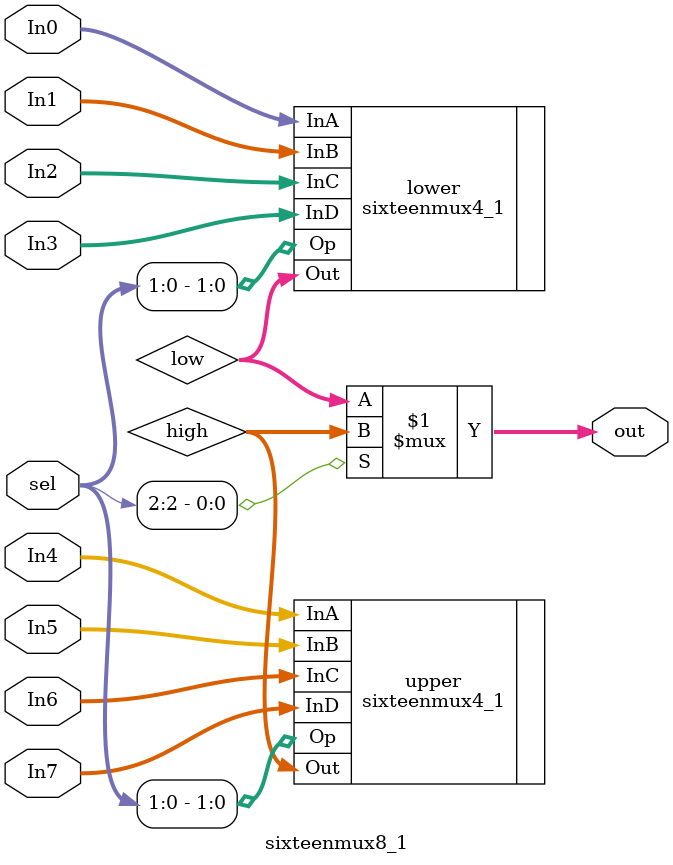
<source format=v>
module sixteenmux8_1(In0, In1, In2, In3, In4, In5, In6, In7, sel, out);
  
  input [15:0] In0, In1, In2, In3, In4, In5, In6, In7;
  input [2:0] sel;
  
  output [15:0] out;
  
  wire [15:0] high, low;
  
  sixteenmux4_1 upper(.InA(In4), .InB(In5), .InC(In6), .InD(In7), .Op(sel[1:0]), .Out(high));
  sixteenmux4_1 lower(.InA(In0), .InB(In1), .InC(In2), .InD(In3), .Op(sel[1:0]), .Out(low));
  
  assign out = (sel[2] ? high : low);
  
endmodule


</source>
